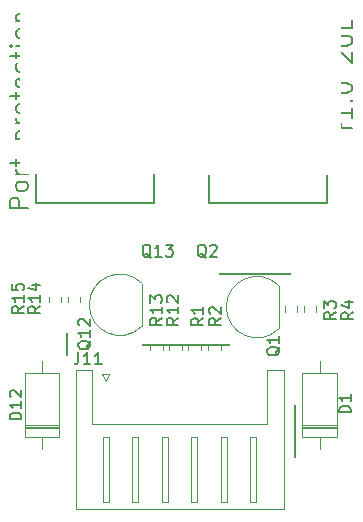
<source format=gbr>
G04 #@! TF.GenerationSoftware,KiCad,Pcbnew,(5.1.6)-1*
G04 #@! TF.CreationDate,2020-12-26T11:57:35+09:00*
G04 #@! TF.ProjectId,SolenoidProtectionCircuit,536f6c65-6e6f-4696-9450-726f74656374,rev?*
G04 #@! TF.SameCoordinates,Original*
G04 #@! TF.FileFunction,Legend,Top*
G04 #@! TF.FilePolarity,Positive*
%FSLAX46Y46*%
G04 Gerber Fmt 4.6, Leading zero omitted, Abs format (unit mm)*
G04 Created by KiCad (PCBNEW (5.1.6)-1) date 2020-12-26 11:57:35*
%MOMM*%
%LPD*%
G01*
G04 APERTURE LIST*
%ADD10C,0.200000*%
%ADD11C,0.120000*%
%ADD12C,0.150000*%
%ADD13C,1.200000*%
%ADD14O,1.700000X1.950000*%
%ADD15C,5.000000*%
%ADD16R,1.905000X2.000000*%
%ADD17O,1.905000X2.000000*%
%ADD18R,12.700000X14.000000*%
%ADD19R,1.500000X1.050000*%
%ADD20O,1.500000X1.050000*%
%ADD21O,2.200000X2.200000*%
%ADD22R,2.200000X2.200000*%
G04 APERTURE END LIST*
D10*
X114478571Y-76800000D02*
X113478571Y-76800000D01*
X113764285Y-76800000D02*
X113621428Y-76728571D01*
X113550000Y-76657142D01*
X113478571Y-76514285D01*
X113478571Y-76371428D01*
X114478571Y-75085714D02*
X114478571Y-75942857D01*
X114478571Y-75514285D02*
X112978571Y-75514285D01*
X113192857Y-75657142D01*
X113335714Y-75800000D01*
X113407142Y-75942857D01*
X114335714Y-74442857D02*
X114407142Y-74371428D01*
X114478571Y-74442857D01*
X114407142Y-74514285D01*
X114335714Y-74442857D01*
X114478571Y-74442857D01*
X112978571Y-73442857D02*
X112978571Y-73300000D01*
X113050000Y-73157142D01*
X113121428Y-73085714D01*
X113264285Y-73014285D01*
X113550000Y-72942857D01*
X113907142Y-72942857D01*
X114192857Y-73014285D01*
X114335714Y-73085714D01*
X114407142Y-73157142D01*
X114478571Y-73300000D01*
X114478571Y-73442857D01*
X114407142Y-73585714D01*
X114335714Y-73657142D01*
X114192857Y-73728571D01*
X113907142Y-73800000D01*
X113550000Y-73800000D01*
X113264285Y-73728571D01*
X113121428Y-73657142D01*
X113050000Y-73585714D01*
X112978571Y-73442857D01*
X113121428Y-71228571D02*
X113050000Y-71157142D01*
X112978571Y-71014285D01*
X112978571Y-70657142D01*
X113050000Y-70514285D01*
X113121428Y-70442857D01*
X113264285Y-70371428D01*
X113407142Y-70371428D01*
X113621428Y-70442857D01*
X114478571Y-71300000D01*
X114478571Y-70371428D01*
X112978571Y-69442857D02*
X112978571Y-69300000D01*
X113050000Y-69157142D01*
X113121428Y-69085714D01*
X113264285Y-69014285D01*
X113550000Y-68942857D01*
X113907142Y-68942857D01*
X114192857Y-69014285D01*
X114335714Y-69085714D01*
X114407142Y-69157142D01*
X114478571Y-69300000D01*
X114478571Y-69442857D01*
X114407142Y-69585714D01*
X114335714Y-69657142D01*
X114192857Y-69728571D01*
X113907142Y-69800000D01*
X113550000Y-69800000D01*
X113264285Y-69728571D01*
X113121428Y-69657142D01*
X113050000Y-69585714D01*
X112978571Y-69442857D01*
X114478571Y-67585714D02*
X114478571Y-68300000D01*
X112978571Y-68300000D01*
X86978571Y-83514285D02*
X85478571Y-83514285D01*
X85478571Y-82942857D01*
X85550000Y-82800000D01*
X85621428Y-82728571D01*
X85764285Y-82657142D01*
X85978571Y-82657142D01*
X86121428Y-82728571D01*
X86192857Y-82800000D01*
X86264285Y-82942857D01*
X86264285Y-83514285D01*
X86978571Y-81800000D02*
X86907142Y-81942857D01*
X86835714Y-82014285D01*
X86692857Y-82085714D01*
X86264285Y-82085714D01*
X86121428Y-82014285D01*
X86050000Y-81942857D01*
X85978571Y-81800000D01*
X85978571Y-81585714D01*
X86050000Y-81442857D01*
X86121428Y-81371428D01*
X86264285Y-81300000D01*
X86692857Y-81300000D01*
X86835714Y-81371428D01*
X86907142Y-81442857D01*
X86978571Y-81585714D01*
X86978571Y-81800000D01*
X86978571Y-80657142D02*
X85978571Y-80657142D01*
X86264285Y-80657142D02*
X86121428Y-80585714D01*
X86050000Y-80514285D01*
X85978571Y-80371428D01*
X85978571Y-80228571D01*
X85978571Y-79942857D02*
X85978571Y-79371428D01*
X85478571Y-79728571D02*
X86764285Y-79728571D01*
X86907142Y-79657142D01*
X86978571Y-79514285D01*
X86978571Y-79371428D01*
X85978571Y-77728571D02*
X87478571Y-77728571D01*
X86050000Y-77728571D02*
X85978571Y-77585714D01*
X85978571Y-77300000D01*
X86050000Y-77157142D01*
X86121428Y-77085714D01*
X86264285Y-77014285D01*
X86692857Y-77014285D01*
X86835714Y-77085714D01*
X86907142Y-77157142D01*
X86978571Y-77300000D01*
X86978571Y-77585714D01*
X86907142Y-77728571D01*
X86978571Y-76371428D02*
X85978571Y-76371428D01*
X86264285Y-76371428D02*
X86121428Y-76300000D01*
X86050000Y-76228571D01*
X85978571Y-76085714D01*
X85978571Y-75942857D01*
X86978571Y-75228571D02*
X86907142Y-75371428D01*
X86835714Y-75442857D01*
X86692857Y-75514285D01*
X86264285Y-75514285D01*
X86121428Y-75442857D01*
X86050000Y-75371428D01*
X85978571Y-75228571D01*
X85978571Y-75014285D01*
X86050000Y-74871428D01*
X86121428Y-74800000D01*
X86264285Y-74728571D01*
X86692857Y-74728571D01*
X86835714Y-74800000D01*
X86907142Y-74871428D01*
X86978571Y-75014285D01*
X86978571Y-75228571D01*
X85978571Y-74300000D02*
X85978571Y-73728571D01*
X85478571Y-74085714D02*
X86764285Y-74085714D01*
X86907142Y-74014285D01*
X86978571Y-73871428D01*
X86978571Y-73728571D01*
X86907142Y-72657142D02*
X86978571Y-72800000D01*
X86978571Y-73085714D01*
X86907142Y-73228571D01*
X86764285Y-73300000D01*
X86192857Y-73300000D01*
X86050000Y-73228571D01*
X85978571Y-73085714D01*
X85978571Y-72800000D01*
X86050000Y-72657142D01*
X86192857Y-72585714D01*
X86335714Y-72585714D01*
X86478571Y-73300000D01*
X86907142Y-71300000D02*
X86978571Y-71442857D01*
X86978571Y-71728571D01*
X86907142Y-71871428D01*
X86835714Y-71942857D01*
X86692857Y-72014285D01*
X86264285Y-72014285D01*
X86121428Y-71942857D01*
X86050000Y-71871428D01*
X85978571Y-71728571D01*
X85978571Y-71442857D01*
X86050000Y-71300000D01*
X85978571Y-70871428D02*
X85978571Y-70300000D01*
X85478571Y-70657142D02*
X86764285Y-70657142D01*
X86907142Y-70585714D01*
X86978571Y-70442857D01*
X86978571Y-70300000D01*
X86978571Y-69800000D02*
X85978571Y-69800000D01*
X85478571Y-69800000D02*
X85550000Y-69871428D01*
X85621428Y-69800000D01*
X85550000Y-69728571D01*
X85478571Y-69800000D01*
X85621428Y-69800000D01*
X86978571Y-68871428D02*
X86907142Y-69014285D01*
X86835714Y-69085714D01*
X86692857Y-69157142D01*
X86264285Y-69157142D01*
X86121428Y-69085714D01*
X86050000Y-69014285D01*
X85978571Y-68871428D01*
X85978571Y-68657142D01*
X86050000Y-68514285D01*
X86121428Y-68442857D01*
X86264285Y-68371428D01*
X86692857Y-68371428D01*
X86835714Y-68442857D01*
X86907142Y-68514285D01*
X86978571Y-68657142D01*
X86978571Y-68871428D01*
X85978571Y-67728571D02*
X86978571Y-67728571D01*
X86121428Y-67728571D02*
X86050000Y-67657142D01*
X85978571Y-67514285D01*
X85978571Y-67300000D01*
X86050000Y-67157142D01*
X86192857Y-67085714D01*
X86978571Y-67085714D01*
X102600000Y-89100000D02*
X109900000Y-89100000D01*
X90300000Y-96700000D02*
X90300000Y-93500000D01*
X104700000Y-95100000D02*
X96100000Y-95100000D01*
X109600000Y-99600000D02*
X109600000Y-105300000D01*
D11*
X99850000Y-109010000D02*
X91040000Y-109010000D01*
X91040000Y-109010000D02*
X91040000Y-97290000D01*
X91040000Y-97290000D02*
X92460000Y-97290000D01*
X92460000Y-97290000D02*
X92460000Y-101790000D01*
X92460000Y-101790000D02*
X99850000Y-101790000D01*
X99850000Y-109010000D02*
X108660000Y-109010000D01*
X108660000Y-109010000D02*
X108660000Y-97290000D01*
X108660000Y-97290000D02*
X107240000Y-97290000D01*
X107240000Y-97290000D02*
X107240000Y-101790000D01*
X107240000Y-101790000D02*
X99850000Y-101790000D01*
X93350000Y-102900000D02*
X93350000Y-108400000D01*
X93350000Y-108400000D02*
X93850000Y-108400000D01*
X93850000Y-108400000D02*
X93850000Y-102900000D01*
X93850000Y-102900000D02*
X93350000Y-102900000D01*
X95850000Y-102900000D02*
X95850000Y-108400000D01*
X95850000Y-108400000D02*
X96350000Y-108400000D01*
X96350000Y-108400000D02*
X96350000Y-102900000D01*
X96350000Y-102900000D02*
X95850000Y-102900000D01*
X98350000Y-102900000D02*
X98350000Y-108400000D01*
X98350000Y-108400000D02*
X98850000Y-108400000D01*
X98850000Y-108400000D02*
X98850000Y-102900000D01*
X98850000Y-102900000D02*
X98350000Y-102900000D01*
X100850000Y-102900000D02*
X100850000Y-108400000D01*
X100850000Y-108400000D02*
X101350000Y-108400000D01*
X101350000Y-108400000D02*
X101350000Y-102900000D01*
X101350000Y-102900000D02*
X100850000Y-102900000D01*
X103350000Y-102900000D02*
X103350000Y-108400000D01*
X103350000Y-108400000D02*
X103850000Y-108400000D01*
X103850000Y-108400000D02*
X103850000Y-102900000D01*
X103850000Y-102900000D02*
X103350000Y-102900000D01*
X105850000Y-102900000D02*
X105850000Y-108400000D01*
X105850000Y-108400000D02*
X106350000Y-108400000D01*
X106350000Y-108400000D02*
X106350000Y-102900000D01*
X106350000Y-102900000D02*
X105850000Y-102900000D01*
X93600000Y-98200000D02*
X93300000Y-97600000D01*
X93300000Y-97600000D02*
X93900000Y-97600000D01*
X93900000Y-97600000D02*
X93600000Y-98200000D01*
D10*
X97700000Y-74400000D02*
X87700000Y-74400000D01*
X97700000Y-83100000D02*
X97700000Y-67700000D01*
X87700000Y-83100000D02*
X87700000Y-67700000D01*
X92700000Y-83100000D02*
X97700000Y-83100000D01*
X92700000Y-83100000D02*
X87700000Y-83100000D01*
X97700000Y-67700000D02*
X87700000Y-67700000D01*
X112300000Y-74400000D02*
X102300000Y-74400000D01*
X112300000Y-83100000D02*
X112300000Y-67700000D01*
X102300000Y-83100000D02*
X102300000Y-67700000D01*
X107300000Y-83100000D02*
X112300000Y-83100000D01*
X107300000Y-83100000D02*
X102300000Y-83100000D01*
X112300000Y-67700000D02*
X102300000Y-67700000D01*
D11*
X111422500Y-91862742D02*
X111422500Y-92337258D01*
X110377500Y-91862742D02*
X110377500Y-92337258D01*
X108777500Y-91862742D02*
X108777500Y-92337258D01*
X109822500Y-91862742D02*
X109822500Y-92337258D01*
X103322500Y-95537258D02*
X103322500Y-95062742D01*
X102277500Y-95537258D02*
X102277500Y-95062742D01*
X100577500Y-95062742D02*
X100577500Y-95537258D01*
X101622500Y-95062742D02*
X101622500Y-95537258D01*
X108250000Y-93730000D02*
X108250000Y-90130000D01*
X108238478Y-90091522D02*
G75*
G03*
X103800000Y-91930000I-1838478J-1838478D01*
G01*
X108238478Y-93768478D02*
G75*
G02*
X103800000Y-91930000I-1838478J1838478D01*
G01*
X110230000Y-102160000D02*
X113170000Y-102160000D01*
X110230000Y-101920000D02*
X113170000Y-101920000D01*
X110230000Y-102040000D02*
X113170000Y-102040000D01*
X111700000Y-96480000D02*
X111700000Y-97500000D01*
X111700000Y-103960000D02*
X111700000Y-102940000D01*
X110230000Y-97500000D02*
X110230000Y-102940000D01*
X113170000Y-97500000D02*
X110230000Y-97500000D01*
X113170000Y-102940000D02*
X113170000Y-97500000D01*
X110230000Y-102940000D02*
X113170000Y-102940000D01*
X88777500Y-91062742D02*
X88777500Y-91537258D01*
X89822500Y-91062742D02*
X89822500Y-91537258D01*
X90377500Y-91062742D02*
X90377500Y-91537258D01*
X91422500Y-91062742D02*
X91422500Y-91537258D01*
X98422500Y-95537258D02*
X98422500Y-95062742D01*
X97377500Y-95537258D02*
X97377500Y-95062742D01*
X98977500Y-95062742D02*
X98977500Y-95537258D01*
X100022500Y-95062742D02*
X100022500Y-95537258D01*
X96650000Y-93530000D02*
X96650000Y-89930000D01*
X96638478Y-89891522D02*
G75*
G03*
X92200000Y-91730000I-1838478J-1838478D01*
G01*
X96638478Y-93568478D02*
G75*
G02*
X92200000Y-91730000I-1838478J1838478D01*
G01*
X86730000Y-102160000D02*
X89670000Y-102160000D01*
X86730000Y-101920000D02*
X89670000Y-101920000D01*
X86730000Y-102040000D02*
X89670000Y-102040000D01*
X88200000Y-96480000D02*
X88200000Y-97500000D01*
X88200000Y-103960000D02*
X88200000Y-102940000D01*
X86730000Y-97500000D02*
X86730000Y-102940000D01*
X89670000Y-97500000D02*
X86730000Y-97500000D01*
X89670000Y-102940000D02*
X89670000Y-97500000D01*
X86730000Y-102940000D02*
X89670000Y-102940000D01*
D12*
X91290476Y-95752380D02*
X91290476Y-96466666D01*
X91242857Y-96609523D01*
X91147619Y-96704761D01*
X91004761Y-96752380D01*
X90909523Y-96752380D01*
X92290476Y-96752380D02*
X91719047Y-96752380D01*
X92004761Y-96752380D02*
X92004761Y-95752380D01*
X91909523Y-95895238D01*
X91814285Y-95990476D01*
X91719047Y-96038095D01*
X93242857Y-96752380D02*
X92671428Y-96752380D01*
X92957142Y-96752380D02*
X92957142Y-95752380D01*
X92861904Y-95895238D01*
X92766666Y-95990476D01*
X92671428Y-96038095D01*
X97428571Y-87747619D02*
X97333333Y-87700000D01*
X97238095Y-87604761D01*
X97095238Y-87461904D01*
X97000000Y-87414285D01*
X96904761Y-87414285D01*
X96952380Y-87652380D02*
X96857142Y-87604761D01*
X96761904Y-87509523D01*
X96714285Y-87319047D01*
X96714285Y-86985714D01*
X96761904Y-86795238D01*
X96857142Y-86700000D01*
X96952380Y-86652380D01*
X97142857Y-86652380D01*
X97238095Y-86700000D01*
X97333333Y-86795238D01*
X97380952Y-86985714D01*
X97380952Y-87319047D01*
X97333333Y-87509523D01*
X97238095Y-87604761D01*
X97142857Y-87652380D01*
X96952380Y-87652380D01*
X98333333Y-87652380D02*
X97761904Y-87652380D01*
X98047619Y-87652380D02*
X98047619Y-86652380D01*
X97952380Y-86795238D01*
X97857142Y-86890476D01*
X97761904Y-86938095D01*
X98666666Y-86652380D02*
X99285714Y-86652380D01*
X98952380Y-87033333D01*
X99095238Y-87033333D01*
X99190476Y-87080952D01*
X99238095Y-87128571D01*
X99285714Y-87223809D01*
X99285714Y-87461904D01*
X99238095Y-87557142D01*
X99190476Y-87604761D01*
X99095238Y-87652380D01*
X98809523Y-87652380D01*
X98714285Y-87604761D01*
X98666666Y-87557142D01*
X102104761Y-87747619D02*
X102009523Y-87700000D01*
X101914285Y-87604761D01*
X101771428Y-87461904D01*
X101676190Y-87414285D01*
X101580952Y-87414285D01*
X101628571Y-87652380D02*
X101533333Y-87604761D01*
X101438095Y-87509523D01*
X101390476Y-87319047D01*
X101390476Y-86985714D01*
X101438095Y-86795238D01*
X101533333Y-86700000D01*
X101628571Y-86652380D01*
X101819047Y-86652380D01*
X101914285Y-86700000D01*
X102009523Y-86795238D01*
X102057142Y-86985714D01*
X102057142Y-87319047D01*
X102009523Y-87509523D01*
X101914285Y-87604761D01*
X101819047Y-87652380D01*
X101628571Y-87652380D01*
X102438095Y-86747619D02*
X102485714Y-86700000D01*
X102580952Y-86652380D01*
X102819047Y-86652380D01*
X102914285Y-86700000D01*
X102961904Y-86747619D01*
X103009523Y-86842857D01*
X103009523Y-86938095D01*
X102961904Y-87080952D01*
X102390476Y-87652380D01*
X103009523Y-87652380D01*
X114552380Y-92366666D02*
X114076190Y-92700000D01*
X114552380Y-92938095D02*
X113552380Y-92938095D01*
X113552380Y-92557142D01*
X113600000Y-92461904D01*
X113647619Y-92414285D01*
X113742857Y-92366666D01*
X113885714Y-92366666D01*
X113980952Y-92414285D01*
X114028571Y-92461904D01*
X114076190Y-92557142D01*
X114076190Y-92938095D01*
X113885714Y-91509523D02*
X114552380Y-91509523D01*
X113504761Y-91747619D02*
X114219047Y-91985714D01*
X114219047Y-91366666D01*
X113052380Y-92366666D02*
X112576190Y-92700000D01*
X113052380Y-92938095D02*
X112052380Y-92938095D01*
X112052380Y-92557142D01*
X112100000Y-92461904D01*
X112147619Y-92414285D01*
X112242857Y-92366666D01*
X112385714Y-92366666D01*
X112480952Y-92414285D01*
X112528571Y-92461904D01*
X112576190Y-92557142D01*
X112576190Y-92938095D01*
X112052380Y-92033333D02*
X112052380Y-91414285D01*
X112433333Y-91747619D01*
X112433333Y-91604761D01*
X112480952Y-91509523D01*
X112528571Y-91461904D01*
X112623809Y-91414285D01*
X112861904Y-91414285D01*
X112957142Y-91461904D01*
X113004761Y-91509523D01*
X113052380Y-91604761D01*
X113052380Y-91890476D01*
X113004761Y-91985714D01*
X112957142Y-92033333D01*
X103352380Y-92866666D02*
X102876190Y-93200000D01*
X103352380Y-93438095D02*
X102352380Y-93438095D01*
X102352380Y-93057142D01*
X102400000Y-92961904D01*
X102447619Y-92914285D01*
X102542857Y-92866666D01*
X102685714Y-92866666D01*
X102780952Y-92914285D01*
X102828571Y-92961904D01*
X102876190Y-93057142D01*
X102876190Y-93438095D01*
X102447619Y-92485714D02*
X102400000Y-92438095D01*
X102352380Y-92342857D01*
X102352380Y-92104761D01*
X102400000Y-92009523D01*
X102447619Y-91961904D01*
X102542857Y-91914285D01*
X102638095Y-91914285D01*
X102780952Y-91961904D01*
X103352380Y-92533333D01*
X103352380Y-91914285D01*
X101852380Y-92866666D02*
X101376190Y-93200000D01*
X101852380Y-93438095D02*
X100852380Y-93438095D01*
X100852380Y-93057142D01*
X100900000Y-92961904D01*
X100947619Y-92914285D01*
X101042857Y-92866666D01*
X101185714Y-92866666D01*
X101280952Y-92914285D01*
X101328571Y-92961904D01*
X101376190Y-93057142D01*
X101376190Y-93438095D01*
X101852380Y-91914285D02*
X101852380Y-92485714D01*
X101852380Y-92200000D02*
X100852380Y-92200000D01*
X100995238Y-92295238D01*
X101090476Y-92390476D01*
X101138095Y-92485714D01*
X108347619Y-95295238D02*
X108300000Y-95390476D01*
X108204761Y-95485714D01*
X108061904Y-95628571D01*
X108014285Y-95723809D01*
X108014285Y-95819047D01*
X108252380Y-95771428D02*
X108204761Y-95866666D01*
X108109523Y-95961904D01*
X107919047Y-96009523D01*
X107585714Y-96009523D01*
X107395238Y-95961904D01*
X107300000Y-95866666D01*
X107252380Y-95771428D01*
X107252380Y-95580952D01*
X107300000Y-95485714D01*
X107395238Y-95390476D01*
X107585714Y-95342857D01*
X107919047Y-95342857D01*
X108109523Y-95390476D01*
X108204761Y-95485714D01*
X108252380Y-95580952D01*
X108252380Y-95771428D01*
X108252380Y-94390476D02*
X108252380Y-94961904D01*
X108252380Y-94676190D02*
X107252380Y-94676190D01*
X107395238Y-94771428D01*
X107490476Y-94866666D01*
X107538095Y-94961904D01*
X114352380Y-100838095D02*
X113352380Y-100838095D01*
X113352380Y-100600000D01*
X113400000Y-100457142D01*
X113495238Y-100361904D01*
X113590476Y-100314285D01*
X113780952Y-100266666D01*
X113923809Y-100266666D01*
X114114285Y-100314285D01*
X114209523Y-100361904D01*
X114304761Y-100457142D01*
X114352380Y-100600000D01*
X114352380Y-100838095D01*
X114352380Y-99314285D02*
X114352380Y-99885714D01*
X114352380Y-99600000D02*
X113352380Y-99600000D01*
X113495238Y-99695238D01*
X113590476Y-99790476D01*
X113638095Y-99885714D01*
X86652380Y-91842857D02*
X86176190Y-92176190D01*
X86652380Y-92414285D02*
X85652380Y-92414285D01*
X85652380Y-92033333D01*
X85700000Y-91938095D01*
X85747619Y-91890476D01*
X85842857Y-91842857D01*
X85985714Y-91842857D01*
X86080952Y-91890476D01*
X86128571Y-91938095D01*
X86176190Y-92033333D01*
X86176190Y-92414285D01*
X86652380Y-90890476D02*
X86652380Y-91461904D01*
X86652380Y-91176190D02*
X85652380Y-91176190D01*
X85795238Y-91271428D01*
X85890476Y-91366666D01*
X85938095Y-91461904D01*
X85652380Y-89985714D02*
X85652380Y-90461904D01*
X86128571Y-90509523D01*
X86080952Y-90461904D01*
X86033333Y-90366666D01*
X86033333Y-90128571D01*
X86080952Y-90033333D01*
X86128571Y-89985714D01*
X86223809Y-89938095D01*
X86461904Y-89938095D01*
X86557142Y-89985714D01*
X86604761Y-90033333D01*
X86652380Y-90128571D01*
X86652380Y-90366666D01*
X86604761Y-90461904D01*
X86557142Y-90509523D01*
X88052380Y-91842857D02*
X87576190Y-92176190D01*
X88052380Y-92414285D02*
X87052380Y-92414285D01*
X87052380Y-92033333D01*
X87100000Y-91938095D01*
X87147619Y-91890476D01*
X87242857Y-91842857D01*
X87385714Y-91842857D01*
X87480952Y-91890476D01*
X87528571Y-91938095D01*
X87576190Y-92033333D01*
X87576190Y-92414285D01*
X88052380Y-90890476D02*
X88052380Y-91461904D01*
X88052380Y-91176190D02*
X87052380Y-91176190D01*
X87195238Y-91271428D01*
X87290476Y-91366666D01*
X87338095Y-91461904D01*
X87385714Y-90033333D02*
X88052380Y-90033333D01*
X87004761Y-90271428D02*
X87719047Y-90509523D01*
X87719047Y-89890476D01*
X98352380Y-92842857D02*
X97876190Y-93176190D01*
X98352380Y-93414285D02*
X97352380Y-93414285D01*
X97352380Y-93033333D01*
X97400000Y-92938095D01*
X97447619Y-92890476D01*
X97542857Y-92842857D01*
X97685714Y-92842857D01*
X97780952Y-92890476D01*
X97828571Y-92938095D01*
X97876190Y-93033333D01*
X97876190Y-93414285D01*
X98352380Y-91890476D02*
X98352380Y-92461904D01*
X98352380Y-92176190D02*
X97352380Y-92176190D01*
X97495238Y-92271428D01*
X97590476Y-92366666D01*
X97638095Y-92461904D01*
X97352380Y-91557142D02*
X97352380Y-90938095D01*
X97733333Y-91271428D01*
X97733333Y-91128571D01*
X97780952Y-91033333D01*
X97828571Y-90985714D01*
X97923809Y-90938095D01*
X98161904Y-90938095D01*
X98257142Y-90985714D01*
X98304761Y-91033333D01*
X98352380Y-91128571D01*
X98352380Y-91414285D01*
X98304761Y-91509523D01*
X98257142Y-91557142D01*
X99752380Y-92842857D02*
X99276190Y-93176190D01*
X99752380Y-93414285D02*
X98752380Y-93414285D01*
X98752380Y-93033333D01*
X98800000Y-92938095D01*
X98847619Y-92890476D01*
X98942857Y-92842857D01*
X99085714Y-92842857D01*
X99180952Y-92890476D01*
X99228571Y-92938095D01*
X99276190Y-93033333D01*
X99276190Y-93414285D01*
X99752380Y-91890476D02*
X99752380Y-92461904D01*
X99752380Y-92176190D02*
X98752380Y-92176190D01*
X98895238Y-92271428D01*
X98990476Y-92366666D01*
X99038095Y-92461904D01*
X98847619Y-91509523D02*
X98800000Y-91461904D01*
X98752380Y-91366666D01*
X98752380Y-91128571D01*
X98800000Y-91033333D01*
X98847619Y-90985714D01*
X98942857Y-90938095D01*
X99038095Y-90938095D01*
X99180952Y-90985714D01*
X99752380Y-91557142D01*
X99752380Y-90938095D01*
X92347619Y-94771428D02*
X92300000Y-94866666D01*
X92204761Y-94961904D01*
X92061904Y-95104761D01*
X92014285Y-95200000D01*
X92014285Y-95295238D01*
X92252380Y-95247619D02*
X92204761Y-95342857D01*
X92109523Y-95438095D01*
X91919047Y-95485714D01*
X91585714Y-95485714D01*
X91395238Y-95438095D01*
X91300000Y-95342857D01*
X91252380Y-95247619D01*
X91252380Y-95057142D01*
X91300000Y-94961904D01*
X91395238Y-94866666D01*
X91585714Y-94819047D01*
X91919047Y-94819047D01*
X92109523Y-94866666D01*
X92204761Y-94961904D01*
X92252380Y-95057142D01*
X92252380Y-95247619D01*
X92252380Y-93866666D02*
X92252380Y-94438095D01*
X92252380Y-94152380D02*
X91252380Y-94152380D01*
X91395238Y-94247619D01*
X91490476Y-94342857D01*
X91538095Y-94438095D01*
X91347619Y-93485714D02*
X91300000Y-93438095D01*
X91252380Y-93342857D01*
X91252380Y-93104761D01*
X91300000Y-93009523D01*
X91347619Y-92961904D01*
X91442857Y-92914285D01*
X91538095Y-92914285D01*
X91680952Y-92961904D01*
X92252380Y-93533333D01*
X92252380Y-92914285D01*
X86452380Y-101434285D02*
X85452380Y-101434285D01*
X85452380Y-101196190D01*
X85500000Y-101053333D01*
X85595238Y-100958095D01*
X85690476Y-100910476D01*
X85880952Y-100862857D01*
X86023809Y-100862857D01*
X86214285Y-100910476D01*
X86309523Y-100958095D01*
X86404761Y-101053333D01*
X86452380Y-101196190D01*
X86452380Y-101434285D01*
X86452380Y-99910476D02*
X86452380Y-100481904D01*
X86452380Y-100196190D02*
X85452380Y-100196190D01*
X85595238Y-100291428D01*
X85690476Y-100386666D01*
X85738095Y-100481904D01*
X85547619Y-99529523D02*
X85500000Y-99481904D01*
X85452380Y-99386666D01*
X85452380Y-99148571D01*
X85500000Y-99053333D01*
X85547619Y-99005714D01*
X85642857Y-98958095D01*
X85738095Y-98958095D01*
X85880952Y-99005714D01*
X86452380Y-99577142D01*
X86452380Y-98958095D01*
%LPC*%
D13*
X109600000Y-105300000D02*
G75*
G03*
X109600000Y-105300000I0J0D01*
G01*
X102600000Y-89100000D02*
G75*
G03*
X102600000Y-89100000I0J0D01*
G01*
X90300000Y-93500000D02*
G75*
G03*
X90300000Y-93500000I0J0D01*
G01*
X90300000Y-96700000D02*
G75*
G03*
X90300000Y-96700000I0J0D01*
G01*
X96050000Y-95050000D02*
G75*
G03*
X96050000Y-95050000I0J0D01*
G01*
X104750000Y-95050000D02*
G75*
G03*
X104750000Y-95050000I0J0D01*
G01*
X109600000Y-99600000D02*
G75*
G03*
X109600000Y-99600000I0J0D01*
G01*
X109900000Y-89200000D02*
G75*
G03*
X109900000Y-89200000I0J0D01*
G01*
D14*
X106100000Y-99700000D03*
X103600000Y-99700000D03*
X101100000Y-99700000D03*
X98600000Y-99700000D03*
X96100000Y-99700000D03*
G36*
G01*
X92750000Y-100425000D02*
X92750000Y-98975000D01*
G75*
G02*
X93000000Y-98725000I250000J0D01*
G01*
X94200000Y-98725000D01*
G75*
G02*
X94450000Y-98975000I0J-250000D01*
G01*
X94450000Y-100425000D01*
G75*
G02*
X94200000Y-100675000I-250000J0D01*
G01*
X93000000Y-100675000D01*
G75*
G02*
X92750000Y-100425000I0J250000D01*
G01*
G37*
D15*
X92700000Y-70700000D03*
D16*
X90160000Y-87100000D03*
D17*
X95240000Y-87100000D03*
X92700000Y-87100000D03*
D18*
X92700000Y-73700000D03*
D15*
X107300000Y-70700000D03*
D16*
X104760000Y-87100000D03*
D17*
X109840000Y-87100000D03*
X107300000Y-87100000D03*
D18*
X107200000Y-73800000D03*
G36*
G01*
X110625000Y-90875000D02*
X111175000Y-90875000D01*
G75*
G02*
X111375000Y-91075000I0J-200000D01*
G01*
X111375000Y-91475000D01*
G75*
G02*
X111175000Y-91675000I-200000J0D01*
G01*
X110625000Y-91675000D01*
G75*
G02*
X110425000Y-91475000I0J200000D01*
G01*
X110425000Y-91075000D01*
G75*
G02*
X110625000Y-90875000I200000J0D01*
G01*
G37*
G36*
G01*
X110625000Y-92525000D02*
X111175000Y-92525000D01*
G75*
G02*
X111375000Y-92725000I0J-200000D01*
G01*
X111375000Y-93125000D01*
G75*
G02*
X111175000Y-93325000I-200000J0D01*
G01*
X110625000Y-93325000D01*
G75*
G02*
X110425000Y-93125000I0J200000D01*
G01*
X110425000Y-92725000D01*
G75*
G02*
X110625000Y-92525000I200000J0D01*
G01*
G37*
G36*
G01*
X109025000Y-92525000D02*
X109575000Y-92525000D01*
G75*
G02*
X109775000Y-92725000I0J-200000D01*
G01*
X109775000Y-93125000D01*
G75*
G02*
X109575000Y-93325000I-200000J0D01*
G01*
X109025000Y-93325000D01*
G75*
G02*
X108825000Y-93125000I0J200000D01*
G01*
X108825000Y-92725000D01*
G75*
G02*
X109025000Y-92525000I200000J0D01*
G01*
G37*
G36*
G01*
X109025000Y-90875000D02*
X109575000Y-90875000D01*
G75*
G02*
X109775000Y-91075000I0J-200000D01*
G01*
X109775000Y-91475000D01*
G75*
G02*
X109575000Y-91675000I-200000J0D01*
G01*
X109025000Y-91675000D01*
G75*
G02*
X108825000Y-91475000I0J200000D01*
G01*
X108825000Y-91075000D01*
G75*
G02*
X109025000Y-90875000I200000J0D01*
G01*
G37*
G36*
G01*
X103075000Y-94875000D02*
X102525000Y-94875000D01*
G75*
G02*
X102325000Y-94675000I0J200000D01*
G01*
X102325000Y-94275000D01*
G75*
G02*
X102525000Y-94075000I200000J0D01*
G01*
X103075000Y-94075000D01*
G75*
G02*
X103275000Y-94275000I0J-200000D01*
G01*
X103275000Y-94675000D01*
G75*
G02*
X103075000Y-94875000I-200000J0D01*
G01*
G37*
G36*
G01*
X103075000Y-96525000D02*
X102525000Y-96525000D01*
G75*
G02*
X102325000Y-96325000I0J200000D01*
G01*
X102325000Y-95925000D01*
G75*
G02*
X102525000Y-95725000I200000J0D01*
G01*
X103075000Y-95725000D01*
G75*
G02*
X103275000Y-95925000I0J-200000D01*
G01*
X103275000Y-96325000D01*
G75*
G02*
X103075000Y-96525000I-200000J0D01*
G01*
G37*
G36*
G01*
X100825000Y-95725000D02*
X101375000Y-95725000D01*
G75*
G02*
X101575000Y-95925000I0J-200000D01*
G01*
X101575000Y-96325000D01*
G75*
G02*
X101375000Y-96525000I-200000J0D01*
G01*
X100825000Y-96525000D01*
G75*
G02*
X100625000Y-96325000I0J200000D01*
G01*
X100625000Y-95925000D01*
G75*
G02*
X100825000Y-95725000I200000J0D01*
G01*
G37*
G36*
G01*
X100825000Y-94075000D02*
X101375000Y-94075000D01*
G75*
G02*
X101575000Y-94275000I0J-200000D01*
G01*
X101575000Y-94675000D01*
G75*
G02*
X101375000Y-94875000I-200000J0D01*
G01*
X100825000Y-94875000D01*
G75*
G02*
X100625000Y-94675000I0J200000D01*
G01*
X100625000Y-94275000D01*
G75*
G02*
X100825000Y-94075000I200000J0D01*
G01*
G37*
D19*
X106400000Y-93200000D03*
D20*
X106400000Y-90660000D03*
X106400000Y-91930000D03*
D21*
X111700000Y-95140000D03*
D22*
X111700000Y-105300000D03*
G36*
G01*
X89025000Y-91725000D02*
X89575000Y-91725000D01*
G75*
G02*
X89775000Y-91925000I0J-200000D01*
G01*
X89775000Y-92325000D01*
G75*
G02*
X89575000Y-92525000I-200000J0D01*
G01*
X89025000Y-92525000D01*
G75*
G02*
X88825000Y-92325000I0J200000D01*
G01*
X88825000Y-91925000D01*
G75*
G02*
X89025000Y-91725000I200000J0D01*
G01*
G37*
G36*
G01*
X89025000Y-90075000D02*
X89575000Y-90075000D01*
G75*
G02*
X89775000Y-90275000I0J-200000D01*
G01*
X89775000Y-90675000D01*
G75*
G02*
X89575000Y-90875000I-200000J0D01*
G01*
X89025000Y-90875000D01*
G75*
G02*
X88825000Y-90675000I0J200000D01*
G01*
X88825000Y-90275000D01*
G75*
G02*
X89025000Y-90075000I200000J0D01*
G01*
G37*
G36*
G01*
X90625000Y-91725000D02*
X91175000Y-91725000D01*
G75*
G02*
X91375000Y-91925000I0J-200000D01*
G01*
X91375000Y-92325000D01*
G75*
G02*
X91175000Y-92525000I-200000J0D01*
G01*
X90625000Y-92525000D01*
G75*
G02*
X90425000Y-92325000I0J200000D01*
G01*
X90425000Y-91925000D01*
G75*
G02*
X90625000Y-91725000I200000J0D01*
G01*
G37*
G36*
G01*
X90625000Y-90075000D02*
X91175000Y-90075000D01*
G75*
G02*
X91375000Y-90275000I0J-200000D01*
G01*
X91375000Y-90675000D01*
G75*
G02*
X91175000Y-90875000I-200000J0D01*
G01*
X90625000Y-90875000D01*
G75*
G02*
X90425000Y-90675000I0J200000D01*
G01*
X90425000Y-90275000D01*
G75*
G02*
X90625000Y-90075000I200000J0D01*
G01*
G37*
G36*
G01*
X98175000Y-94875000D02*
X97625000Y-94875000D01*
G75*
G02*
X97425000Y-94675000I0J200000D01*
G01*
X97425000Y-94275000D01*
G75*
G02*
X97625000Y-94075000I200000J0D01*
G01*
X98175000Y-94075000D01*
G75*
G02*
X98375000Y-94275000I0J-200000D01*
G01*
X98375000Y-94675000D01*
G75*
G02*
X98175000Y-94875000I-200000J0D01*
G01*
G37*
G36*
G01*
X98175000Y-96525000D02*
X97625000Y-96525000D01*
G75*
G02*
X97425000Y-96325000I0J200000D01*
G01*
X97425000Y-95925000D01*
G75*
G02*
X97625000Y-95725000I200000J0D01*
G01*
X98175000Y-95725000D01*
G75*
G02*
X98375000Y-95925000I0J-200000D01*
G01*
X98375000Y-96325000D01*
G75*
G02*
X98175000Y-96525000I-200000J0D01*
G01*
G37*
G36*
G01*
X99225000Y-95725000D02*
X99775000Y-95725000D01*
G75*
G02*
X99975000Y-95925000I0J-200000D01*
G01*
X99975000Y-96325000D01*
G75*
G02*
X99775000Y-96525000I-200000J0D01*
G01*
X99225000Y-96525000D01*
G75*
G02*
X99025000Y-96325000I0J200000D01*
G01*
X99025000Y-95925000D01*
G75*
G02*
X99225000Y-95725000I200000J0D01*
G01*
G37*
G36*
G01*
X99225000Y-94075000D02*
X99775000Y-94075000D01*
G75*
G02*
X99975000Y-94275000I0J-200000D01*
G01*
X99975000Y-94675000D01*
G75*
G02*
X99775000Y-94875000I-200000J0D01*
G01*
X99225000Y-94875000D01*
G75*
G02*
X99025000Y-94675000I0J200000D01*
G01*
X99025000Y-94275000D01*
G75*
G02*
X99225000Y-94075000I200000J0D01*
G01*
G37*
D19*
X94800000Y-93000000D03*
D20*
X94800000Y-90460000D03*
X94800000Y-91730000D03*
D21*
X88200000Y-95140000D03*
D22*
X88200000Y-105300000D03*
M02*

</source>
